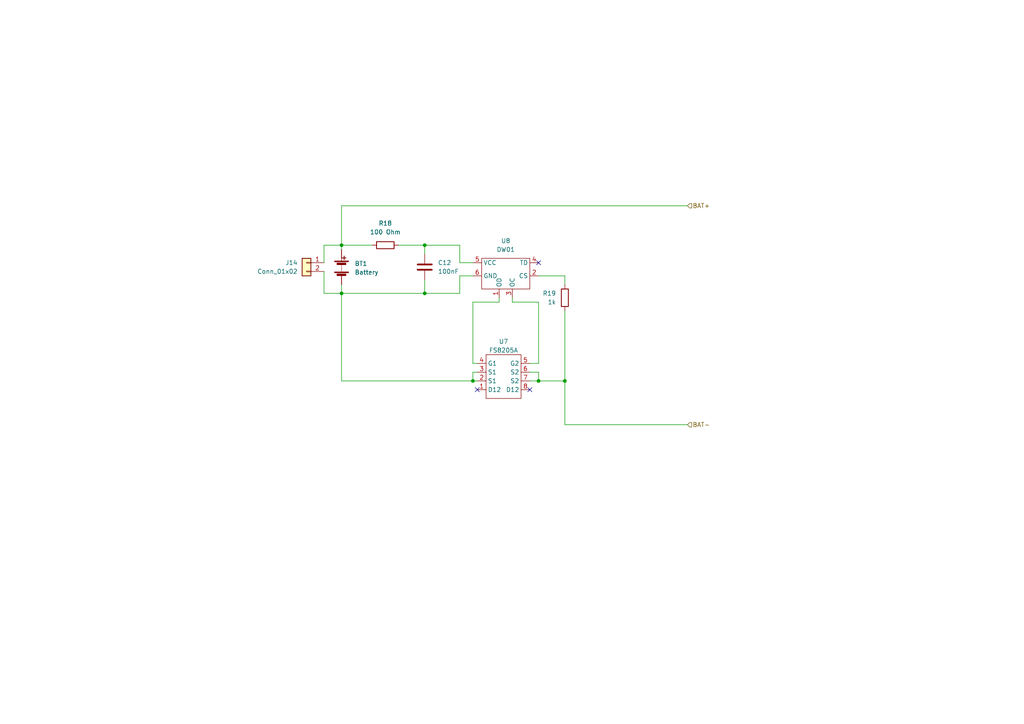
<source format=kicad_sch>
(kicad_sch (version 20230121) (generator eeschema)
  (paper "A4")
  (lib_symbols
    (symbol "Connector_Generic:Conn_01x02" (pin_names (offset 1.016) hide)
      (property "Reference" "J" (at 0 2.54 0))
      (property "Value" "Conn_01x02" (at 0 -5.08 0))
      (symbol "Conn_01x02_1_1"
        (rectangle (start -1.27 -2.413) (end 0 -2.667) (stroke (width 0.1524)))
        (rectangle (start -1.27 0.127) (end 0 -0.127) (stroke (width 0.1524)))
        (rectangle (start -1.27 1.27) (end 1.27 -3.81) (stroke (width 0.254)) (fill (type background)))
        (pin passive line (at -5.08 0 0) (length 3.81) (name "Pin_1") (number "1"))
        (pin passive line (at -5.08 -2.54 0) (length 3.81) (name "Pin_2") (number "2"))
      )
    )
    (symbol "Device:Battery" (pin_numbers hide) (pin_names (offset 0) hide)
      (property "Reference" "BT" (at 2.54 2.54 0))
      (property "Value" "Battery" (at 2.54 0 0))
      (symbol "Battery_0_1"
        (rectangle (start -2.032 -1.397) (end 2.032 -1.651) (fill (type outline)))
        (rectangle (start -2.032 1.778) (end 2.032 1.524) (fill (type outline)))
        (rectangle (start -1.3208 -1.9812) (end 1.27 -2.4892) (fill (type outline)))
        (rectangle (start -1.3208 1.1938) (end 1.27 0.6858) (fill (type outline)))
        (polyline (pts (xy 0 -1.524) (xy 0 -1.27)))
        (polyline (pts (xy 0 -1.016) (xy 0 -0.762)))
        (polyline (pts (xy 0 -0.508) (xy 0 -0.254)))
        (polyline (pts (xy 0 0) (xy 0 0.254)))
        (polyline (pts (xy 0 0.508) (xy 0 0.762)))
        (polyline (pts (xy 0 1.778) (xy 0 2.54)))
        (polyline (pts (xy 0.254 2.667) (xy 1.27 2.667)) (stroke (width 0.254)))
        (polyline (pts (xy 0.762 3.175) (xy 0.762 2.159)) (stroke (width 0.254)))
      )
      (symbol "Battery_1_1"
        (pin passive line (at 0 5.08 270) (length 2.54) (name "+") (number "1"))
        (pin passive line (at 0 -5.08 90) (length 2.54) (name "-") (number "2"))
      )
    )
    (symbol "Device:C" (pin_numbers hide) (pin_names (offset 0.254))
      (property "Reference" "C" (at 0.635 2.54 0))
      (property "Value" "C" (at 0.635 -2.54 0))
      (symbol "C_0_1"
        (polyline (pts (xy -2.032 -0.762) (xy 2.032 -0.762)) (stroke (width 0.508)))
        (polyline (pts (xy -2.032 0.762) (xy 2.032 0.762)) (stroke (width 0.508)))
      )
      (symbol "C_1_1"
        (pin passive line (at 0 3.81 270) (length 2.794) (name "~") (number "1"))
        (pin passive line (at 0 -3.81 90) (length 2.794) (name "~") (number "2"))
      )
    )
    (symbol "Device:R" (pin_numbers hide) (pin_names (offset 0))
      (property "Reference" "R" (at 2.032 0 90))
      (property "Value" "R" (at 0 0 90))
      (symbol "R_0_1"
        (rectangle (start -1.016 -2.54) (end 1.016 2.54) (stroke (width 0.254)))
      )
      (symbol "R_1_1"
        (pin passive line (at 0 3.81 270) (length 1.27) (name "~") (number "1"))
        (pin passive line (at 0 -3.81 90) (length 1.27) (name "~") (number "2"))
      )
    )
    (symbol "custom_symbols:FS8205A"
      (property "Reference" "U" (at 0.762 -1.27 0))
      (property "Value" "FS8205A" (at 0 -3.302 0))
      (symbol "FS8205A_0_1"
        (rectangle (start -5.08 12.7) (end 5.08 0))
      )
      (symbol "FS8205A_1_1"
        (pin input line (at -7.62 2.54 0) (length 2.54) (name "D12") (number "1"))
        (pin input line (at -7.62 5.08 0) (length 2.54) (name "S1") (number "2"))
        (pin input line (at -7.62 7.62 0) (length 2.54) (name "S1") (number "3"))
        (pin input line (at -7.62 10.16 0) (length 2.54) (name "G1") (number "4"))
        (pin input line (at 7.62 10.16 180) (length 2.54) (name "G2") (number "5"))
        (pin input line (at 7.62 7.62 180) (length 2.54) (name "S2") (number "6"))
        (pin input line (at 7.62 5.08 180) (length 2.54) (name "S2") (number "7"))
        (pin input line (at 7.62 2.54 180) (length 2.54) (name "D12") (number "8"))
      )
    )
    (symbol "dw01:DW01"
      (property "Reference" "U" (at 1.27 10.16 0))
      (property "Value" "DW01" (at 11.43 10.16 0))
      (symbol "DW01_0_1"
        (rectangle (start 0 8.89) (end 13.97 0))
      )
      (symbol "DW01_1_1"
        (pin input line (at 8.89 -2.54 90) (length 2.54) (name "OD") (number "1"))
        (pin input line (at -2.54 3.81 0) (length 2.54) (name "CS") (number "2"))
        (pin input line (at 5.08 -2.54 90) (length 2.54) (name "OC") (number "3"))
        (pin input line (at -2.54 7.62 0) (length 2.54) (name "TD") (number "4"))
        (pin input line (at 16.51 7.62 180) (length 2.54) (name "VCC") (number "5"))
        (pin input line (at 16.51 3.81 180) (length 2.54) (name "GND") (number "6"))
      )
    )
  )
  (junction (at 156.21 110.49))
  (junction (at 99.06 71.12))
  (junction (at 137.16 110.49))
  (junction (at 123.19 71.12))
  (junction (at 99.06 85.09))
  (junction (at 123.19 85.09))
  (junction (at 163.83 110.49))
  (no_connect (at 156.21 76.2))
  (no_connect (at 138.43 113.03))
  (no_connect (at 153.67 113.03))
  (wire (pts (xy 133.35 85.09) (xy 133.35 80.01)))
  (wire (pts (xy 137.16 107.95) (xy 137.16 110.49)))
  (wire (pts (xy 148.59 86.36) (xy 148.59 87.63)))
  (wire (pts (xy 93.98 76.2) (xy 93.98 71.12)))
  (wire (pts (xy 99.06 72.39) (xy 99.06 71.12)))
  (wire (pts (xy 156.21 110.49) (xy 163.83 110.49)))
  (wire (pts (xy 99.06 85.09) (xy 99.06 110.49)))
  (wire (pts (xy 93.98 71.12) (xy 99.06 71.12)))
  (wire (pts (xy 163.83 80.01) (xy 163.83 82.55)))
  (wire (pts (xy 123.19 71.12) (xy 133.35 71.12)))
  (wire (pts (xy 133.35 71.12) (xy 133.35 76.2)))
  (wire (pts (xy 99.06 71.12) (xy 99.06 59.69)))
  (wire (pts (xy 138.43 107.95) (xy 137.16 107.95)))
  (wire (pts (xy 99.06 110.49) (xy 137.16 110.49)))
  (wire (pts (xy 156.21 87.63) (xy 156.21 105.41)))
  (wire (pts (xy 99.06 82.55) (xy 99.06 85.09)))
  (wire (pts (xy 99.06 59.69) (xy 199.39 59.69)))
  (wire (pts (xy 99.06 85.09) (xy 123.19 85.09)))
  (wire (pts (xy 115.57 71.12) (xy 123.19 71.12)))
  (wire (pts (xy 163.83 123.19) (xy 199.39 123.19)))
  (wire (pts (xy 156.21 110.49) (xy 153.67 110.49)))
  (wire (pts (xy 156.21 107.95) (xy 156.21 110.49)))
  (wire (pts (xy 137.16 110.49) (xy 138.43 110.49)))
  (wire (pts (xy 123.19 71.12) (xy 123.19 73.66)))
  (wire (pts (xy 137.16 105.41) (xy 138.43 105.41)))
  (wire (pts (xy 148.59 87.63) (xy 156.21 87.63)))
  (wire (pts (xy 99.06 71.12) (xy 107.95 71.12)))
  (wire (pts (xy 144.78 87.63) (xy 144.78 86.36)))
  (wire (pts (xy 133.35 80.01) (xy 137.16 80.01)))
  (wire (pts (xy 156.21 105.41) (xy 153.67 105.41)))
  (wire (pts (xy 123.19 85.09) (xy 133.35 85.09)))
  (wire (pts (xy 156.21 80.01) (xy 163.83 80.01)))
  (wire (pts (xy 93.98 85.09) (xy 99.06 85.09)))
  (wire (pts (xy 144.78 87.63) (xy 137.16 87.63)))
  (wire (pts (xy 133.35 76.2) (xy 137.16 76.2)))
  (wire (pts (xy 163.83 110.49) (xy 163.83 123.19)))
  (wire (pts (xy 123.19 81.28) (xy 123.19 85.09)))
  (wire (pts (xy 137.16 87.63) (xy 137.16 105.41)))
  (wire (pts (xy 153.67 107.95) (xy 156.21 107.95)))
  (wire (pts (xy 93.98 78.74) (xy 93.98 85.09)))
  (wire (pts (xy 163.83 90.17) (xy 163.83 110.49)))
  (hierarchical_label "BAT+" (shape input) (at 199.39 59.69 0))
  (hierarchical_label "BAT-" (shape input) (at 199.39 123.19 0))
  (symbol (lib_id "Device:C") (at 123.19 77.47 0) (mirror y) (unit 1)
    (property "Reference" "C12" (at 127 76.2 0) (effects (justify right)))
    (property "Value" "100nF" (at 127 78.74 0) (effects (justify right)))
    (property "Footprint" "Capacitor_SMD:C_0603_1608Metric_Pad1.08x0.95mm_HandSolder" (effects hide))
  )
  (symbol (lib_id "Connector_Generic:Conn_01x02") (at 88.9 76.2 0) (mirror y) (unit 1)
    (property "Reference" "J14" (at 86.36 76.1999 0) (effects (justify left)))
    (property "Value" "Conn_01x02" (at 86.36 78.7399 0) (effects (justify left)))
    (property "Footprint" "custom_footprints:Terminal_5mm" (effects hide))
  )
  (symbol (lib_id "Device:R") (at 111.76 71.12 270) (mirror x) (unit 1)
    (property "Reference" "R18" (at 111.76 64.77 90))
    (property "Value" "100 Ohm" (at 111.76 67.31 90))
    (property "Footprint" "Resistor_SMD:R_0603_1608Metric_Pad0.98x0.95mm_HandSolder" (effects hide))
  )
  (symbol (lib_id "dw01:DW01") (at 153.67 83.82 0) (mirror y) (unit 1)
    (property "Reference" "U8" (at 146.685 69.85 0))
    (property "Value" "DW01" (at 146.685 72.39 0))
    (property "Footprint" "Package_TO_SOT_SMD:SOT-23-6_Handsoldering" (effects hide))
  )
  (symbol (lib_id "Device:R") (at 163.83 86.36 0) (mirror y) (unit 1)
    (property "Reference" "R19" (at 161.29 85.0899 0) (effects (justify left)))
    (property "Value" "1k" (at 161.29 87.6299 0) (effects (justify left)))
    (property "Footprint" "Resistor_SMD:R_0603_1608Metric_Pad0.98x0.95mm_HandSolder" (effects hide))
  )
  (symbol (lib_id "Device:Battery") (at 99.06 77.47 0) (unit 1)
    (property "Reference" "BT1" (at 102.87 76.454 0) (effects (justify left)))
    (property "Value" "Battery" (at 102.87 78.994 0) (effects (justify left)))
    (property "Footprint" "custom_footprints:BatteryHolder_Keystone_1042_1x18650" (effects hide))
  )
  (symbol (lib_id "custom_symbols:FS8205A") (at 146.05 115.57 0) (unit 1)
    (property "Reference" "U7" (at 146.05 99.06 0))
    (property "Value" "FS8205A" (at 146.05 101.6 0))
    (property "Footprint" "Package_SO:TSSOP-8_4.4x3mm_P0.65mm" (effects hide))
  )
)
</source>
